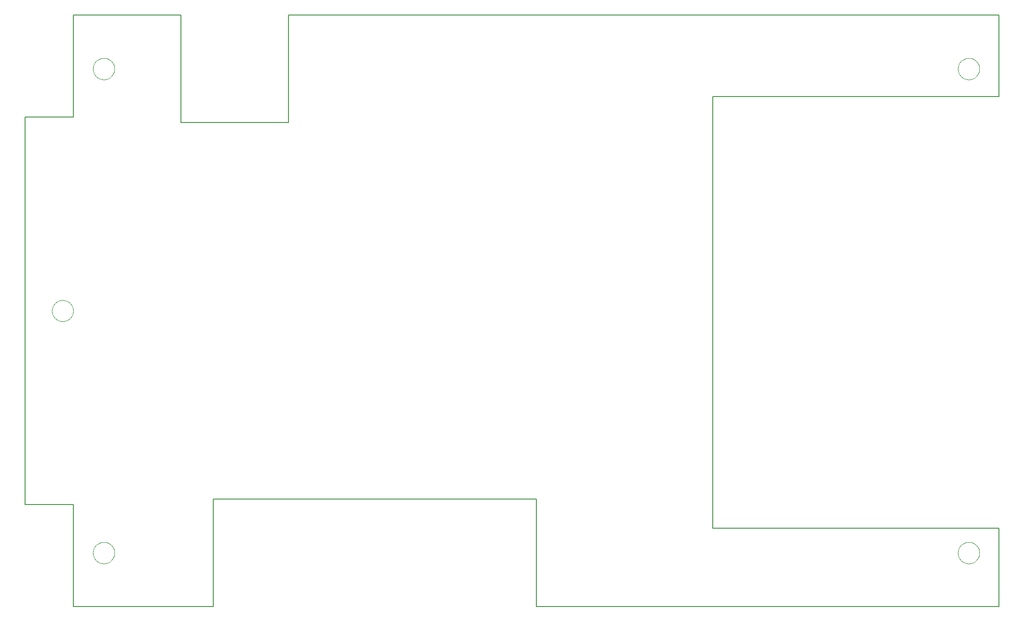
<source format=gbr>
G04 #@! TF.FileFunction,Profile,NP*
%FSLAX46Y46*%
G04 Gerber Fmt 4.6, Leading zero omitted, Abs format (unit mm)*
G04 Created by KiCad (PCBNEW 4.0.2-stable) date 2017-02-13 18:05:18*
%MOMM*%
G01*
G04 APERTURE LIST*
%ADD10C,0.100000*%
%ADD11C,0.200000*%
G04 APERTURE END LIST*
D10*
D11*
X94877996Y-155290646D02*
X94877996Y-135290646D01*
D10*
X76527996Y-145290646D02*
X76459847Y-144773008D01*
X75045634Y-143358795D02*
X74527996Y-143290646D01*
X74527996Y-143290646D02*
X74010357Y-143358795D01*
X66360357Y-102222498D02*
X66877996Y-102290646D01*
X76260046Y-144290646D02*
X75942209Y-143876433D01*
X73527996Y-147022697D02*
X74010357Y-147222498D01*
X72596144Y-145808284D02*
X72795945Y-146290646D01*
X72795945Y-146290646D02*
X73113782Y-146704860D01*
X72795945Y-144290646D02*
X72596144Y-144773008D01*
X73113782Y-143876433D02*
X72795945Y-144290646D01*
X74010357Y-143358795D02*
X73527996Y-143558595D01*
X75527996Y-143558595D02*
X75045634Y-143358795D01*
X65463782Y-101704860D02*
X65877996Y-102022697D01*
X64946144Y-100808284D02*
X65145945Y-101290646D01*
X76260046Y-146290646D02*
X76459847Y-145808284D01*
X75942209Y-146704860D02*
X76260046Y-146290646D01*
X74010357Y-147222498D02*
X74527996Y-147290646D01*
X72527996Y-145290646D02*
X72596144Y-145808284D01*
X64877996Y-100290646D02*
X64946144Y-100808284D01*
X75942209Y-143876433D02*
X75527996Y-143558595D01*
X75527996Y-147022697D02*
X75942209Y-146704860D01*
X76459847Y-145808284D02*
X76527996Y-145290646D01*
X65145945Y-101290646D02*
X65463782Y-101704860D01*
X76459847Y-144773008D02*
X76260046Y-144290646D01*
X65877996Y-102022697D02*
X66360357Y-102222498D01*
X75045634Y-147222498D02*
X75527996Y-147022697D01*
X72596144Y-144773008D02*
X72527996Y-145290646D01*
X73113782Y-146704860D02*
X73527996Y-147022697D01*
X74527996Y-147290646D02*
X75045634Y-147222498D01*
X73527996Y-143558595D02*
X73113782Y-143876433D01*
X68809847Y-99773008D02*
X68610046Y-99290646D01*
X75942209Y-56704860D02*
X76260046Y-56290646D01*
X75045634Y-53358795D02*
X74527996Y-53290646D01*
X75942209Y-53876433D02*
X75527996Y-53558595D01*
X72795945Y-56290646D02*
X73113782Y-56704860D01*
X72596144Y-55808284D02*
X72795945Y-56290646D01*
X235227996Y-57290646D02*
X235745634Y-57222498D01*
X68292209Y-98876433D02*
X67877996Y-98558595D01*
X73527996Y-57022697D02*
X74010357Y-57222498D01*
X64946144Y-99773008D02*
X64877996Y-100290646D01*
X68610046Y-99290646D02*
X68292209Y-98876433D01*
X73113782Y-53876433D02*
X72795945Y-54290646D01*
X235745634Y-57222498D02*
X236227996Y-57022697D01*
X68292209Y-101704860D02*
X68610046Y-101290646D01*
X236642209Y-56704860D02*
X236960046Y-56290646D01*
X67877996Y-102022697D02*
X68292209Y-101704860D01*
X74527996Y-53290646D02*
X74010357Y-53358795D01*
X72527996Y-55290646D02*
X72596144Y-55808284D01*
X76459847Y-54773008D02*
X76260046Y-54290646D01*
X72596144Y-54773008D02*
X72527996Y-55290646D01*
X65145945Y-99290646D02*
X64946144Y-99773008D01*
X66877996Y-102290646D02*
X67395634Y-102222498D01*
X74010357Y-53358795D02*
X73527996Y-53558595D01*
X65463782Y-98876433D02*
X65145945Y-99290646D01*
X75527996Y-53558595D02*
X75045634Y-53358795D01*
X76260046Y-54290646D02*
X75942209Y-53876433D01*
X73113782Y-56704860D02*
X73527996Y-57022697D01*
X236960046Y-54290646D02*
X236642209Y-53876433D01*
X76459847Y-55808284D02*
X76527996Y-55290646D01*
X75045634Y-57222498D02*
X75527996Y-57022697D01*
X237159847Y-54773008D02*
X236960046Y-54290646D01*
X74010357Y-57222498D02*
X74527996Y-57290646D01*
X65877996Y-98558595D02*
X65463782Y-98876433D01*
X66360357Y-98358795D02*
X65877996Y-98558595D01*
X66877996Y-98290646D02*
X66360357Y-98358795D01*
X68877996Y-100290646D02*
X68809847Y-99773008D01*
X68610046Y-101290646D02*
X68809847Y-100808284D01*
X73527996Y-53558595D02*
X73113782Y-53876433D01*
X74527996Y-57290646D02*
X75045634Y-57222498D01*
X237227996Y-55290646D02*
X237159847Y-54773008D01*
X67395634Y-102222498D02*
X67877996Y-102022697D01*
X76527996Y-55290646D02*
X76459847Y-54773008D01*
X76260046Y-56290646D02*
X76459847Y-55808284D01*
X236960046Y-56290646D02*
X237159847Y-55808284D01*
X67395634Y-98358795D02*
X66877996Y-98290646D01*
X72795945Y-54290646D02*
X72596144Y-54773008D01*
X75527996Y-57022697D02*
X75942209Y-56704860D01*
X68809847Y-100808284D02*
X68877996Y-100290646D01*
X236227996Y-57022697D02*
X236642209Y-56704860D01*
X237159847Y-55808284D02*
X237227996Y-55290646D01*
X67877996Y-98558595D02*
X67395634Y-98358795D01*
X233495945Y-146290646D02*
X233813782Y-146704860D01*
D11*
X68877996Y-136290646D02*
X68877996Y-155290646D01*
D10*
X235227996Y-53290646D02*
X234710357Y-53358795D01*
X234710357Y-57222498D02*
X235227996Y-57290646D01*
X234710357Y-53358795D02*
X234227996Y-53558595D01*
X236642209Y-53876433D02*
X236227996Y-53558595D01*
X236642209Y-143876433D02*
X236227996Y-143558595D01*
D11*
X240877996Y-140674445D02*
X240877996Y-155290646D01*
D10*
X235745634Y-143358795D02*
X235227996Y-143290646D01*
D11*
X68877996Y-45290646D02*
X88877996Y-45290646D01*
X94877996Y-155290646D02*
X68877996Y-155290646D01*
D10*
X233495945Y-56290646D02*
X233813782Y-56704860D01*
X233296144Y-55808284D02*
X233495945Y-56290646D01*
X233227996Y-55290646D02*
X233296144Y-55808284D01*
D11*
X154877996Y-135290646D02*
X154877996Y-155290646D01*
D10*
X236960046Y-146290646D02*
X237159847Y-145808284D01*
X234710357Y-147222498D02*
X235227996Y-147290646D01*
X233495945Y-144290646D02*
X233296144Y-144773008D01*
X233495945Y-54290646D02*
X233296144Y-54773008D01*
X233813782Y-53876433D02*
X233495945Y-54290646D01*
X234227996Y-53558595D02*
X233813782Y-53876433D01*
X235745634Y-53358795D02*
X235227996Y-53290646D01*
X236227996Y-53558595D02*
X235745634Y-53358795D01*
D11*
X68877996Y-136290646D02*
X59877996Y-136290646D01*
D10*
X234227996Y-143558595D02*
X233813782Y-143876433D01*
X236227996Y-143558595D02*
X235745634Y-143358795D01*
D11*
X94877996Y-135290646D02*
X154877996Y-135290646D01*
D10*
X233296144Y-145808284D02*
X233495945Y-146290646D01*
D11*
X59877996Y-64290646D02*
X68877996Y-64290646D01*
X187699727Y-60458554D02*
X187699727Y-140674445D01*
D10*
X235227996Y-143290646D02*
X234710357Y-143358795D01*
D11*
X108877996Y-65290646D02*
X108877996Y-45290646D01*
X88877996Y-45290646D02*
X88877996Y-65290646D01*
D10*
X234227996Y-57022697D02*
X234710357Y-57222498D01*
X233813782Y-56704860D02*
X234227996Y-57022697D01*
X233296144Y-54773008D02*
X233227996Y-55290646D01*
X234710357Y-143358795D02*
X234227996Y-143558595D01*
D11*
X59877996Y-136290646D02*
X59877996Y-64290646D01*
D10*
X236960046Y-144290646D02*
X236642209Y-143876433D01*
D11*
X240877996Y-45290646D02*
X240877996Y-60458554D01*
D10*
X237159847Y-144773008D02*
X236960046Y-144290646D01*
X236227996Y-147022697D02*
X236642209Y-146704860D01*
X235227996Y-147290646D02*
X235745634Y-147222498D01*
X233813782Y-146704860D02*
X234227996Y-147022697D01*
X233296144Y-144773008D02*
X233227996Y-145290646D01*
D11*
X240877996Y-155290646D02*
X154877996Y-155290646D01*
X240877996Y-60458554D02*
X187699727Y-60458554D01*
X88877996Y-65290646D02*
X108877996Y-65290646D01*
X187699727Y-140674445D02*
X240877996Y-140674445D01*
D10*
X233813782Y-143876433D02*
X233495945Y-144290646D01*
D11*
X108877996Y-45290646D02*
X240877996Y-45290646D01*
X68877996Y-64290646D02*
X68877996Y-45290646D01*
D10*
X237227996Y-145290646D02*
X237159847Y-144773008D01*
X237159847Y-145808284D02*
X237227996Y-145290646D01*
X236642209Y-146704860D02*
X236960046Y-146290646D01*
X234227996Y-147022697D02*
X234710357Y-147222498D01*
X235745634Y-147222498D02*
X236227996Y-147022697D01*
X233227996Y-145290646D02*
X233296144Y-145808284D01*
M02*

</source>
